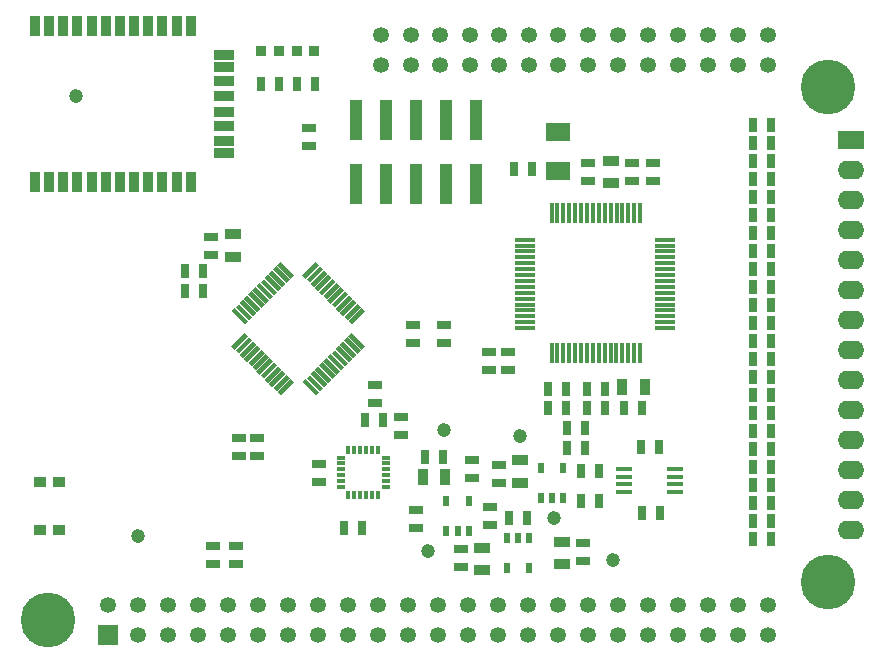
<source format=gts>
G04 (created by PCBNEW (2013-05-31 BZR 4019)-stable) date 12/30/2013 5:05:03 PM*
%MOIN*%
G04 Gerber Fmt 3.4, Leading zero omitted, Abs format*
%FSLAX34Y34*%
G01*
G70*
G90*
G04 APERTURE LIST*
%ADD10C,0.00590551*%
%ADD11R,0.066X0.0158*%
%ADD12R,0.0158X0.066*%
%ADD13R,0.057X0.037*%
%ADD14R,0.022X0.032*%
%ADD15R,0.037X0.057*%
%ADD16R,0.027X0.047*%
%ADD17R,0.047X0.027*%
%ADD18R,0.052X0.017*%
%ADD19C,0.047*%
%ADD20R,0.0413701X0.0374331*%
%ADD21R,0.0334X0.0334*%
%ADD22R,0.0354X0.0669*%
%ADD23R,0.0669X0.0354*%
%ADD24R,0.0295X0.0118*%
%ADD25R,0.0118X0.0295*%
%ADD26R,0.0886X0.062*%
%ADD27O,0.0886X0.062*%
%ADD28R,0.082X0.062*%
%ADD29R,0.0421575X0.137827*%
%ADD30C,0.0532*%
%ADD31C,0.182*%
%ADD32R,0.067X0.067*%
G04 APERTURE END LIST*
G54D10*
G54D11*
X-5439Y-8026D03*
X-5439Y-7829D03*
X-5439Y-7632D03*
X-5439Y-7435D03*
X-5439Y-7238D03*
X-5439Y-7042D03*
X-5439Y-6845D03*
X-5439Y-6648D03*
X-5439Y-6451D03*
X-5439Y-6254D03*
X-5439Y-6057D03*
X-5439Y-5861D03*
X-5439Y-5664D03*
X-5439Y-5467D03*
X-5439Y-5270D03*
X-5439Y-5073D03*
G54D12*
X-6274Y-4175D03*
X-6471Y-4175D03*
X-6668Y-4175D03*
X-6865Y-4175D03*
X-7062Y-4175D03*
X-7258Y-4175D03*
X-7455Y-4175D03*
X-7652Y-4175D03*
X-7849Y-4175D03*
X-8046Y-4175D03*
X-8243Y-4175D03*
X-8439Y-4175D03*
X-8636Y-4175D03*
X-8833Y-4175D03*
X-9030Y-4175D03*
X-9227Y-4175D03*
G54D11*
X-10125Y-5073D03*
X-10125Y-5270D03*
X-10125Y-5467D03*
X-10125Y-5664D03*
X-10125Y-5861D03*
X-10125Y-6057D03*
X-10125Y-6254D03*
X-10125Y-6451D03*
X-10125Y-6648D03*
X-10125Y-6845D03*
X-10125Y-7042D03*
X-10125Y-7238D03*
X-10125Y-7435D03*
X-10125Y-7632D03*
X-10125Y-7829D03*
X-10125Y-8026D03*
G54D12*
X-9227Y-8861D03*
X-9030Y-8861D03*
X-8636Y-8861D03*
X-8833Y-8861D03*
X-8439Y-8861D03*
X-8243Y-8861D03*
X-8046Y-8861D03*
X-7849Y-8861D03*
X-7652Y-8861D03*
X-7455Y-8861D03*
X-7261Y-8861D03*
X-7064Y-8861D03*
X-6867Y-8861D03*
X-6670Y-8861D03*
X-6474Y-8861D03*
X-6277Y-8861D03*
G54D13*
X-7238Y-2449D03*
X-7238Y-3199D03*
G54D14*
X-9965Y-15021D03*
X-10715Y-15021D03*
X-9965Y-16021D03*
X-10340Y-15021D03*
X-10715Y-16021D03*
G54D15*
X-6125Y-10000D03*
X-6875Y-10000D03*
G54D16*
X-1900Y-3650D03*
X-2500Y-3650D03*
X-1900Y-12650D03*
X-2500Y-12650D03*
X-1900Y-5450D03*
X-2500Y-5450D03*
X-1900Y-6650D03*
X-2500Y-6650D03*
X-1900Y-7850D03*
X-2500Y-7850D03*
X-1900Y-9050D03*
X-2500Y-9050D03*
X-1900Y-10250D03*
X-2500Y-10250D03*
X-1900Y-11450D03*
X-2500Y-11450D03*
X-1900Y-14450D03*
X-2500Y-14450D03*
X-1900Y-15050D03*
X-2500Y-15050D03*
X-1900Y-13850D03*
X-2500Y-13850D03*
X-17726Y117D03*
X-17126Y117D03*
G54D17*
X-20510Y-15300D03*
X-20510Y-15900D03*
X-19740Y-15300D03*
X-19740Y-15900D03*
X-15100Y-10530D03*
X-15100Y-9930D03*
X-13840Y-8520D03*
X-13840Y-7920D03*
X-12800Y-8525D03*
X-12800Y-7925D03*
G54D18*
X-5100Y-13484D03*
X-5100Y-13228D03*
X-5100Y-12972D03*
X-5100Y-12716D03*
X-6800Y-12716D03*
X-6800Y-12972D03*
X-6800Y-13228D03*
X-6800Y-13484D03*
G54D19*
X-23000Y-14940D03*
G54D13*
X-19850Y-5650D03*
X-19850Y-4900D03*
G54D20*
X-26286Y-14757D03*
X-25656Y-14757D03*
X-26286Y-13142D03*
X-25656Y-13142D03*
G54D16*
X-1900Y-3050D03*
X-2500Y-3050D03*
X-1900Y-1250D03*
X-2500Y-1250D03*
G54D21*
X-17721Y1200D03*
X-17131Y1200D03*
X-18902Y1200D03*
X-18312Y1200D03*
G54D19*
X-9159Y-14340D03*
X-13350Y-15450D03*
X-7190Y-15760D03*
X-12825Y-11425D03*
X-25080Y-300D03*
G54D10*
G36*
X-15444Y-7456D02*
X-15890Y-7902D01*
X-16001Y-7790D01*
X-15556Y-7344D01*
X-15444Y-7456D01*
X-15444Y-7456D01*
G37*
G36*
X-15583Y-7317D02*
X-16029Y-7762D01*
X-16141Y-7651D01*
X-15695Y-7205D01*
X-15583Y-7317D01*
X-15583Y-7317D01*
G37*
G36*
X-15723Y-7177D02*
X-16168Y-7623D01*
X-16280Y-7511D01*
X-15834Y-7066D01*
X-15723Y-7177D01*
X-15723Y-7177D01*
G37*
G36*
X-15861Y-7039D02*
X-16307Y-7484D01*
X-16418Y-7373D01*
X-15973Y-6927D01*
X-15861Y-7039D01*
X-15861Y-7039D01*
G37*
G36*
X-16001Y-6900D02*
X-16446Y-7345D01*
X-16558Y-7233D01*
X-16112Y-6788D01*
X-16001Y-6900D01*
X-16001Y-6900D01*
G37*
G36*
X-16140Y-6760D02*
X-16585Y-7206D01*
X-16697Y-7094D01*
X-16252Y-6649D01*
X-16140Y-6760D01*
X-16140Y-6760D01*
G37*
G36*
X-16278Y-6622D02*
X-16724Y-7067D01*
X-16836Y-6955D01*
X-16390Y-6510D01*
X-16278Y-6622D01*
X-16278Y-6622D01*
G37*
G36*
X-16418Y-6482D02*
X-16863Y-6928D01*
X-16975Y-6816D01*
X-16529Y-6371D01*
X-16418Y-6482D01*
X-16418Y-6482D01*
G37*
G36*
X-16557Y-6343D02*
X-17003Y-6789D01*
X-17114Y-6677D01*
X-16669Y-6231D01*
X-16557Y-6343D01*
X-16557Y-6343D01*
G37*
G36*
X-16696Y-6204D02*
X-17141Y-6650D01*
X-17253Y-6538D01*
X-16807Y-6093D01*
X-16696Y-6204D01*
X-16696Y-6204D01*
G37*
G36*
X-16835Y-6065D02*
X-17280Y-6511D01*
X-17392Y-6399D01*
X-16947Y-5953D01*
X-16835Y-6065D01*
X-16835Y-6065D01*
G37*
G36*
X-16974Y-5926D02*
X-17420Y-6371D01*
X-17531Y-6260D01*
X-17086Y-5814D01*
X-16974Y-5926D01*
X-16974Y-5926D01*
G37*
G36*
X-17810Y-6260D02*
X-17922Y-6371D01*
X-18367Y-5926D01*
X-18256Y-5814D01*
X-17810Y-6260D01*
X-17810Y-6260D01*
G37*
G36*
X-17949Y-6399D02*
X-18061Y-6511D01*
X-18507Y-6065D01*
X-18395Y-5953D01*
X-17949Y-6399D01*
X-17949Y-6399D01*
G37*
G36*
X-18089Y-6538D02*
X-18200Y-6650D01*
X-18646Y-6204D01*
X-18534Y-6093D01*
X-18089Y-6538D01*
X-18089Y-6538D01*
G37*
G36*
X-18227Y-6677D02*
X-18339Y-6789D01*
X-18784Y-6343D01*
X-18673Y-6231D01*
X-18227Y-6677D01*
X-18227Y-6677D01*
G37*
G36*
X-18367Y-6816D02*
X-18478Y-6928D01*
X-18924Y-6482D01*
X-18812Y-6371D01*
X-18367Y-6816D01*
X-18367Y-6816D01*
G37*
G36*
X-18506Y-6955D02*
X-18618Y-7067D01*
X-19063Y-6622D01*
X-18951Y-6510D01*
X-18506Y-6955D01*
X-18506Y-6955D01*
G37*
G36*
X-18644Y-7094D02*
X-18756Y-7206D01*
X-19202Y-6760D01*
X-19090Y-6649D01*
X-18644Y-7094D01*
X-18644Y-7094D01*
G37*
G36*
X-18784Y-7233D02*
X-18895Y-7345D01*
X-19341Y-6900D01*
X-19229Y-6788D01*
X-18784Y-7233D01*
X-18784Y-7233D01*
G37*
G36*
X-18923Y-7373D02*
X-19035Y-7484D01*
X-19480Y-7039D01*
X-19369Y-6927D01*
X-18923Y-7373D01*
X-18923Y-7373D01*
G37*
G36*
X-19062Y-7511D02*
X-19173Y-7623D01*
X-19619Y-7177D01*
X-19507Y-7066D01*
X-19062Y-7511D01*
X-19062Y-7511D01*
G37*
G36*
X-19201Y-7651D02*
X-19313Y-7762D01*
X-19758Y-7317D01*
X-19646Y-7205D01*
X-19201Y-7651D01*
X-19201Y-7651D01*
G37*
G36*
X-19340Y-7790D02*
X-19452Y-7902D01*
X-19897Y-7456D01*
X-19786Y-7344D01*
X-19340Y-7790D01*
X-19340Y-7790D01*
G37*
G36*
X-19340Y-8292D02*
X-19786Y-8737D01*
X-19897Y-8626D01*
X-19452Y-8180D01*
X-19340Y-8292D01*
X-19340Y-8292D01*
G37*
G36*
X-19201Y-8431D02*
X-19646Y-8877D01*
X-19758Y-8765D01*
X-19313Y-8319D01*
X-19201Y-8431D01*
X-19201Y-8431D01*
G37*
G36*
X-19062Y-8570D02*
X-19507Y-9016D01*
X-19619Y-8904D01*
X-19173Y-8459D01*
X-19062Y-8570D01*
X-19062Y-8570D01*
G37*
G36*
X-18923Y-8709D02*
X-19369Y-9155D01*
X-19480Y-9043D01*
X-19035Y-8597D01*
X-18923Y-8709D01*
X-18923Y-8709D01*
G37*
G36*
X-18784Y-8848D02*
X-19229Y-9294D01*
X-19341Y-9182D01*
X-18895Y-8737D01*
X-18784Y-8848D01*
X-18784Y-8848D01*
G37*
G36*
X-18644Y-8988D02*
X-19090Y-9433D01*
X-19202Y-9321D01*
X-18756Y-8876D01*
X-18644Y-8988D01*
X-18644Y-8988D01*
G37*
G36*
X-18506Y-9126D02*
X-18951Y-9572D01*
X-19063Y-9460D01*
X-18618Y-9015D01*
X-18506Y-9126D01*
X-18506Y-9126D01*
G37*
G36*
X-18367Y-9266D02*
X-18812Y-9711D01*
X-18924Y-9599D01*
X-18478Y-9154D01*
X-18367Y-9266D01*
X-18367Y-9266D01*
G37*
G36*
X-18227Y-9405D02*
X-18673Y-9850D01*
X-18784Y-9739D01*
X-18339Y-9293D01*
X-18227Y-9405D01*
X-18227Y-9405D01*
G37*
G36*
X-18089Y-9543D02*
X-18534Y-9989D01*
X-18646Y-9877D01*
X-18200Y-9432D01*
X-18089Y-9543D01*
X-18089Y-9543D01*
G37*
G36*
X-17949Y-9683D02*
X-18395Y-10128D01*
X-18507Y-10016D01*
X-18061Y-9571D01*
X-17949Y-9683D01*
X-17949Y-9683D01*
G37*
G36*
X-17810Y-9822D02*
X-18256Y-10268D01*
X-18367Y-10156D01*
X-17922Y-9710D01*
X-17810Y-9822D01*
X-17810Y-9822D01*
G37*
G36*
X-16974Y-10156D02*
X-17086Y-10268D01*
X-17531Y-9822D01*
X-17420Y-9710D01*
X-16974Y-10156D01*
X-16974Y-10156D01*
G37*
G36*
X-16835Y-10016D02*
X-16947Y-10128D01*
X-17392Y-9683D01*
X-17280Y-9571D01*
X-16835Y-10016D01*
X-16835Y-10016D01*
G37*
G36*
X-16696Y-9877D02*
X-16807Y-9989D01*
X-17253Y-9543D01*
X-17141Y-9432D01*
X-16696Y-9877D01*
X-16696Y-9877D01*
G37*
G36*
X-16557Y-9739D02*
X-16669Y-9850D01*
X-17114Y-9405D01*
X-17003Y-9293D01*
X-16557Y-9739D01*
X-16557Y-9739D01*
G37*
G36*
X-16418Y-9599D02*
X-16529Y-9711D01*
X-16975Y-9266D01*
X-16863Y-9154D01*
X-16418Y-9599D01*
X-16418Y-9599D01*
G37*
G36*
X-16278Y-9460D02*
X-16390Y-9572D01*
X-16836Y-9126D01*
X-16724Y-9015D01*
X-16278Y-9460D01*
X-16278Y-9460D01*
G37*
G36*
X-16140Y-9321D02*
X-16252Y-9433D01*
X-16697Y-8988D01*
X-16585Y-8876D01*
X-16140Y-9321D01*
X-16140Y-9321D01*
G37*
G36*
X-16001Y-9182D02*
X-16112Y-9294D01*
X-16558Y-8848D01*
X-16446Y-8737D01*
X-16001Y-9182D01*
X-16001Y-9182D01*
G37*
G36*
X-15861Y-9043D02*
X-15973Y-9155D01*
X-16418Y-8709D01*
X-16307Y-8597D01*
X-15861Y-9043D01*
X-15861Y-9043D01*
G37*
G36*
X-15723Y-8904D02*
X-15834Y-9016D01*
X-16280Y-8570D01*
X-16168Y-8459D01*
X-15723Y-8904D01*
X-15723Y-8904D01*
G37*
G36*
X-15583Y-8765D02*
X-15695Y-8877D01*
X-16141Y-8431D01*
X-16029Y-8319D01*
X-15583Y-8765D01*
X-15583Y-8765D01*
G37*
G36*
X-15444Y-8626D02*
X-15556Y-8737D01*
X-16001Y-8292D01*
X-15890Y-8180D01*
X-15444Y-8626D01*
X-15444Y-8626D01*
G37*
G54D22*
X-26448Y-3148D03*
X-25975Y-3148D03*
X-25503Y-3148D03*
X-25031Y-3148D03*
X-24558Y-3148D03*
X-24086Y-3148D03*
X-23614Y-3148D03*
X-23142Y-3148D03*
X-22669Y-3148D03*
X-22197Y-3148D03*
X-21725Y-3148D03*
X-21252Y-3148D03*
X-21252Y2048D03*
X-21725Y2048D03*
X-22197Y2048D03*
X-22669Y2048D03*
X-23142Y2048D03*
X-23614Y2048D03*
X-24086Y2048D03*
X-24558Y2048D03*
X-25031Y2048D03*
X-25503Y2048D03*
X-25975Y2048D03*
X-26448Y2048D03*
G54D23*
X-20150Y670D03*
X-20150Y-1770D03*
X-20150Y-2172D03*
X-20150Y-1298D03*
X-20150Y-825D03*
X-20150Y-275D03*
X-20150Y198D03*
X-20150Y1072D03*
G54D14*
X-9584Y-13690D03*
X-8834Y-13690D03*
X-9584Y-12690D03*
X-9209Y-13690D03*
X-8834Y-12690D03*
X-12734Y-14773D03*
X-11984Y-14773D03*
X-12734Y-13773D03*
X-12359Y-14773D03*
X-11984Y-13773D03*
G54D13*
X-8864Y-15146D03*
X-8864Y-15896D03*
X-10292Y-12422D03*
X-10292Y-13172D03*
G54D15*
X-12771Y-12993D03*
X-13521Y-12993D03*
G54D17*
X-11276Y-13973D03*
X-11276Y-14573D03*
X-16990Y-12550D03*
X-16990Y-13150D03*
X-14230Y-11590D03*
X-14230Y-10990D03*
G54D16*
X-5650Y-12000D03*
X-6250Y-12000D03*
G54D17*
X-11875Y-13025D03*
X-11875Y-12425D03*
G54D16*
X-8230Y-13781D03*
X-7630Y-13781D03*
X-15430Y-11090D03*
X-14830Y-11090D03*
G54D17*
X-10975Y-12575D03*
X-10975Y-13175D03*
G54D16*
X-12846Y-12304D03*
X-13446Y-12304D03*
X-8230Y-12797D03*
X-7630Y-12797D03*
G54D17*
X-13737Y-14671D03*
X-13737Y-14071D03*
X-8175Y-15200D03*
X-8175Y-15800D03*
X-12250Y-15400D03*
X-12250Y-16000D03*
G54D16*
X-10040Y-14340D03*
X-10640Y-14340D03*
X-15530Y-14670D03*
X-16130Y-14670D03*
X-18907Y117D03*
X-18307Y117D03*
G54D24*
X-14762Y-13322D03*
X-14762Y-13125D03*
X-14762Y-12928D03*
X-14762Y-12732D03*
X-14762Y-12535D03*
X-14762Y-12338D03*
G54D25*
X-15018Y-12082D03*
X-15215Y-12082D03*
X-15412Y-12082D03*
X-15608Y-12082D03*
X-15805Y-12082D03*
X-16002Y-12082D03*
G54D24*
X-16258Y-12338D03*
X-16258Y-12535D03*
X-16258Y-12732D03*
X-16258Y-12928D03*
X-16258Y-13125D03*
X-16258Y-13322D03*
G54D25*
X-16002Y-13578D03*
X-15805Y-13578D03*
X-15608Y-13578D03*
X-15412Y-13578D03*
X-15215Y-13578D03*
X-15018Y-13578D03*
G54D19*
X-10275Y-11625D03*
G54D16*
X-2500Y-13250D03*
X-1900Y-13250D03*
X-2500Y-12050D03*
X-1900Y-12050D03*
X-2500Y-10850D03*
X-1900Y-10850D03*
X-2500Y-9650D03*
X-1900Y-9650D03*
X-2500Y-8450D03*
X-1900Y-8450D03*
X-2500Y-6050D03*
X-1900Y-6050D03*
X-2500Y-4850D03*
X-1900Y-4850D03*
X-2500Y-2450D03*
X-1900Y-2450D03*
X-2500Y-7250D03*
X-1900Y-7250D03*
X-9890Y-2726D03*
X-10490Y-2726D03*
G54D17*
X-5860Y-3124D03*
X-5860Y-2524D03*
G54D16*
X-8100Y-11350D03*
X-8700Y-11350D03*
G54D17*
X-10675Y-8825D03*
X-10675Y-9425D03*
G54D16*
X-8750Y-10050D03*
X-9350Y-10050D03*
X-8050Y-10700D03*
X-7450Y-10700D03*
G54D17*
X-8025Y-3124D03*
X-8025Y-2524D03*
G54D16*
X-20850Y-6125D03*
X-21450Y-6125D03*
G54D17*
X-6549Y-3124D03*
X-6549Y-2524D03*
G54D16*
X-6200Y-14200D03*
X-5600Y-14200D03*
X-8100Y-12025D03*
X-8700Y-12025D03*
X-8050Y-10050D03*
X-7450Y-10050D03*
X-8750Y-10700D03*
X-9350Y-10700D03*
G54D17*
X-17310Y-1950D03*
X-17310Y-1350D03*
X-19030Y-11670D03*
X-19030Y-12270D03*
X-19630Y-11670D03*
X-19630Y-12270D03*
X-20575Y-5575D03*
X-20575Y-4975D03*
X-11325Y-8825D03*
X-11325Y-9425D03*
G54D16*
X-20850Y-6775D03*
X-21450Y-6775D03*
G54D26*
X750Y-1750D03*
G54D27*
X750Y-2750D03*
X750Y-3750D03*
X750Y-4750D03*
X750Y-5750D03*
X750Y-6750D03*
X750Y-7750D03*
X750Y-8750D03*
X750Y-9750D03*
X750Y-10750D03*
X750Y-11750D03*
X750Y-12750D03*
X750Y-13750D03*
X750Y-14750D03*
G54D28*
X-9009Y-2785D03*
X-9009Y-1485D03*
G54D13*
X-11546Y-15346D03*
X-11546Y-16096D03*
G54D16*
X-6800Y-10700D03*
X-6200Y-10700D03*
G54D29*
X-12750Y-1077D03*
X-12750Y-3222D03*
X-13750Y-1077D03*
X-13750Y-3222D03*
X-15750Y-3222D03*
X-15750Y-1077D03*
X-14750Y-3222D03*
X-14750Y-1077D03*
X-11750Y-1077D03*
X-11750Y-3222D03*
G54D16*
X-2500Y-4250D03*
X-1900Y-4250D03*
X-2500Y-1850D03*
X-1900Y-1850D03*
G54D30*
X-11937Y1750D03*
X-11937Y750D03*
X-12937Y1750D03*
X-12937Y750D03*
X-13921Y750D03*
X-13921Y1750D03*
X-14905Y1750D03*
X-14905Y750D03*
X-10968Y750D03*
X-10968Y1750D03*
X-9984Y1750D03*
X-9984Y750D03*
G54D31*
X0Y-16500D03*
X-26000Y-17750D03*
X0Y0D03*
G54D32*
X-24000Y-18250D03*
G54D30*
X-24000Y-17250D03*
X-23000Y-18250D03*
X-23000Y-17250D03*
X-22000Y-18250D03*
X-22000Y-17250D03*
X-21000Y-18250D03*
X-21000Y-17250D03*
X-20000Y-18250D03*
X-20000Y-17250D03*
X-19000Y-18250D03*
X-19000Y-17250D03*
X-18000Y-18250D03*
X-18000Y-17250D03*
X-17000Y-18250D03*
X-17000Y-17250D03*
X-16000Y-18250D03*
X-16000Y-17250D03*
X-15000Y-18250D03*
X-15000Y-17250D03*
X-14000Y-18250D03*
X-14000Y-17250D03*
X-13000Y-18250D03*
X-13000Y-17250D03*
X-12000Y-18250D03*
X-12000Y-17250D03*
X-11000Y-18250D03*
X-11000Y-17250D03*
X-10000Y-18250D03*
X-10000Y-17250D03*
X-9000Y-18250D03*
X-9000Y-17250D03*
X-8000Y-18250D03*
X-8000Y-17250D03*
X-7000Y-18250D03*
X-7000Y-17250D03*
X-6000Y-18250D03*
X-6000Y-17250D03*
X-5000Y-18250D03*
X-5000Y-17250D03*
X-4000Y-18250D03*
X-4000Y-17250D03*
X-3000Y-18250D03*
X-3000Y-17250D03*
X-2000Y-18250D03*
X-2000Y-17250D03*
X-9000Y750D03*
X-9000Y1750D03*
X-8000Y750D03*
X-8000Y1750D03*
X-7000Y750D03*
X-7000Y1750D03*
X-6000Y750D03*
X-6000Y1750D03*
X-5000Y750D03*
X-5000Y1750D03*
X-4000Y750D03*
X-4000Y1750D03*
X-3000Y750D03*
X-3000Y1750D03*
X-2000Y750D03*
X-2000Y1750D03*
M02*

</source>
